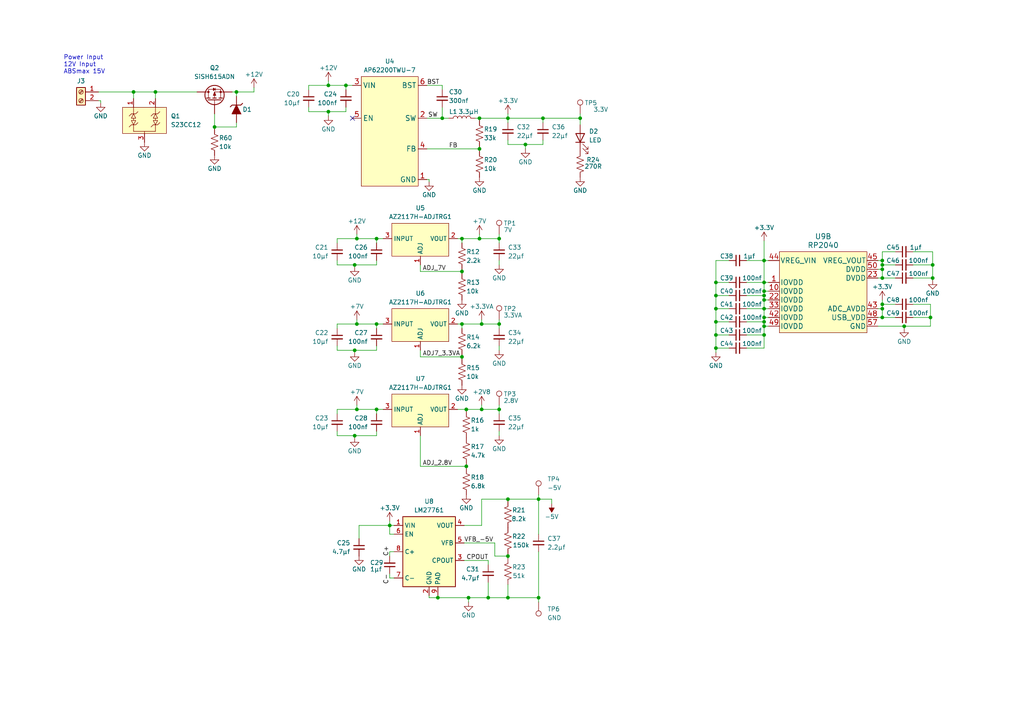
<source format=kicad_sch>
(kicad_sch (version 20231120) (generator "eeschema") (generator_version "8.0")
  (paper "A4")
  (lib_symbols
    (symbol "Connector:TestPoint" (pin_numbers hide) (pin_names (offset 0.762) hide)
      (property "Reference" "TP" (at 0 6.858 0))
      (property "Value" "TestPoint" (at 0 5.08 0))
      (symbol "TestPoint_1_1"
        (pin passive line (at 0 0 90) (length 2.54) (name "1") (number "1"))
      )
    )
    (symbol "Device:C_Small" (pin_numbers hide) (pin_names (offset 0.254) hide)
      (property "Reference" "C" (at 0.254 1.778 0))
      (property "Value" "C_Small" (at 0.254 -2.032 0))
      (symbol "C_Small_1_1"
        (pin passive line (at 0 2.54 270) (length 2.032) (name "~") (number "1"))
        (pin passive line (at 0 -2.54 90) (length 2.032) (name "~") (number "2"))
      )
    )
    (symbol "Device:L" (pin_numbers hide) (pin_names (offset 1.016) hide)
      (property "Reference" "L" (at -1.27 0 90))
      (property "Value" "L" (at 1.905 0 90))
      (symbol "L_1_1"
        (pin passive line (at 0 3.81 270) (length 1.27) (name "1") (number "1"))
        (pin passive line (at 0 -3.81 90) (length 1.27) (name "2") (number "2"))
      )
    )
    (symbol "Device:LED" (pin_numbers hide) (pin_names (offset 1.016) hide)
      (property "Reference" "D" (at 0 2.54 0))
      (property "Value" "LED" (at 0 -2.54 0))
      (symbol "LED_1_1"
        (pin passive line (at -3.81 0 0) (length 2.54) (name "K") (number "1"))
        (pin passive line (at 3.81 0 180) (length 2.54) (name "A") (number "2"))
      )
    )
    (symbol "Device:R_US" (pin_numbers hide) (pin_names (offset 0))
      (property "Reference" "R" (at 2.54 0 90))
      (property "Value" "R_US" (at -2.54 0 90))
      (symbol "R_US_1_1"
        (pin passive line (at 0 3.81 270) (length 1.27) (name "~") (number "1"))
        (pin passive line (at 0 -3.81 90) (length 1.27) (name "~") (number "2"))
      )
    )
    (symbol "Regulator_SwitchedCapacitor:LM27761"
      (property "Reference" "U" (at -6.35 11.43 0))
      (property "Value" "LM27761" (at 3.302 11.43 0))
      (symbol "LM27761_1_1"
        (pin power_in line (at -10.16 7.62 0) (length 2.54) (name "VIN") (number "1"))
        (pin power_in line (at 0 -12.7 90) (length 2.54) (name "GND") (number "2"))
        (pin power_out line (at 10.16 -2.54 180) (length 2.54) (name "CPOUT") (number "3"))
        (pin power_out line (at 10.16 7.62 180) (length 2.54) (name "VOUT") (number "4"))
        (pin input line (at 10.16 2.54 180) (length 2.54) (name "VFB") (number "5"))
        (pin input line (at -10.16 5.08 0) (length 2.54) (name "EN") (number "6"))
        (pin passive line (at -10.16 -7.62 0) (length 2.54) (name "C-") (number "7"))
        (pin passive line (at -10.16 0 0) (length 2.54) (name "C+") (number "8"))
        (pin power_in line (at 2.54 -12.7 90) (length 2.54) (name "PAD") (number "9"))
      )
    )
    (symbol "parts:+7V" (power) (pin_names (offset 0))
      (property "Value" "+7V" (at 0 3.556 0))
      (symbol "+7V_1_1"
        (pin power_in line (at 0 0 90) (length 0) hide (name "+7V") (number "1"))
      )
    )
    (symbol "parts:AP62200TWU-7"
      (property "Reference" "U" (at -6.35 13.335 0))
      (property "Value" "AP62200TWU-7" (at -6.35 11.43 0))
      (symbol "AP62200TWU-7_1_1"
        (pin power_in line (at 4.445 -19.685 180) (length 2.54) (name "GND") (number "1"))
        (pin power_out line (at 4.445 -1.905 180) (length 2.54) (name "SW") (number "2"))
        (pin power_in line (at -17.145 7.62 0) (length 2.54) (name "VIN") (number "3"))
        (pin input line (at 4.445 -10.795 180) (length 2.54) (name "FB") (number "4"))
        (pin input line (at -17.145 -1.905 0) (length 2.54) (name "EN") (number "5"))
        (pin unspecified line (at 4.445 7.62 180) (length 2.54) (name "BST") (number "6"))
      )
    )
    (symbol "parts:AZ2117H-ADJTRG1"
      (property "Reference" "U" (at 0 8.255 0))
      (property "Value" "AZ2117H-ADJTRG1" (at 0 6.35 0))
      (symbol "AZ2117H-ADJTRG1_0_0"
        (pin unspecified line (at 0 -7.62 90) (length 2.54) (name "ADJ") (number "1"))
        (pin unspecified line (at -10.795 0 0) (length 2.54) (name "INPUT") (number "3"))
      )
      (symbol "AZ2117H-ADJTRG1_1_0"
        (pin unspecified line (at 10.795 0 180) (length 2.54) (name "VOUT") (number "2"))
      )
    )
    (symbol "parts:MMSZ5240B" (pin_numbers hide) (pin_names (offset 1.016) hide)
      (property "Reference" "D" (at 0 2.54 0))
      (property "Value" "MMSZ5240B" (at 0 -3.556 0))
      (symbol "MMSZ5240B_1_1"
        (pin passive line (at -3.81 0 0) (length 2.54) (name "K") (number "1"))
        (pin passive line (at 3.81 0 180) (length 2.54) (name "A") (number "2"))
      )
    )
    (symbol "parts:RP2040" (pin_names (offset 0.254))
      (property "Reference" "U" (at 0 49.53 0))
      (property "Value" "RP2040" (at 0 46.99 0))
      (symbol "RP2040_1_1"
        (pin bidirectional line (at 28.575 15.875 180) (length 3.175) (name "GPIO8_SPI1_RX_UART1_TX_I2C0_SDA") (number "11"))
        (pin bidirectional line (at 28.575 13.335 180) (length 3.175) (name "GPIO9_SPI1_CSn_UART1_RX_I2C0_SCL") (number "12"))
        (pin bidirectional line (at 28.575 10.795 180) (length 3.175) (name "GPIO10_SPI1_SCK_UART1_CTS_I2C1_SDA") (number "13"))
        (pin bidirectional line (at 28.575 8.255 180) (length 3.175) (name "GPIO11_SPI1_TX_UART1_RTS_I2C1_SCL") (number "14"))
        (pin bidirectional line (at 28.575 5.715 180) (length 3.175) (name "GPIO12_SPI1_RX_UART0_TX_I2C0_SDA") (number "15"))
        (pin bidirectional line (at 28.575 3.175 180) (length 3.175) (name "GPIO13_SPI1_CSn_UART0_RX_I2C0_SCL") (number "16"))
        (pin bidirectional line (at 28.575 0.635 180) (length 3.175) (name "GPIO14_SPI1_SCK_UART0_CTS_I2C1_SDA") (number "17"))
        (pin bidirectional line (at 28.575 -1.905 180) (length 3.175) (name "GPIO15_SPI1_TX_UART0_RTS_I2C1_SCL") (number "18"))
        (pin input line (at -37.465 -41.275 0) (length 3.175) (name "TESTEN") (number "19"))
        (pin bidirectional line (at 28.575 36.195 180) (length 3.175) (name "GPIO0_SPI0_RX_UART0_TX_I2C0_SDA") (number "2"))
        (pin unspecified line (at -37.465 -7.62 0) (length 3.175) (name "XIN") (number "20"))
        (pin unspecified line (at -37.465 -20.32 0) (length 3) (name "XOUT") (number "21"))
        (pin input line (at -37.465 -36.195 0) (length 3.175) (name "SWCLK") (number "24"))
        (pin bidirectional line (at -37.465 -38.735 0) (length 3.175) (name "SWD") (number "25"))
        (pin input line (at -37.465 -33.655 0) (length 3.175) (name "RUN") (number "26"))
        (pin bidirectional line (at 28.575 -4.445 180) (length 3.175) (name "GPIO16_SPI0_RX_UART0_TX_I2C0_SDA") (number "27"))
        (pin bidirectional line (at 28.575 -6.985 180) (length 3.175) (name "GPIO17_SPI0_CSn_UART0_RX_I2C0_SCL") (number "28"))
        (pin bidirectional line (at 28.575 -9.525 180) (length 3.175) (name "GPIO18_SPI0_SCK_UART0_CTS_I2C1_SDA") (number "29"))
        (pin bidirectional line (at 28.575 33.655 180) (length 3.175) (name "GPIO1_SPI0_CSn_UART0_RX_I2C0_SCL") (number "3"))
        (pin bidirectional line (at 28.575 -12.065 180) (length 3.175) (name "GPIO19_SPI0_TX_UART0_RTS_I2C1_SCL") (number "30"))
        (pin bidirectional line (at 28.575 -14.605 180) (length 3.175) (name "GPIO20_SPI0_RX_UART1_TX_I2C0_SDA") (number "31"))
        (pin bidirectional line (at 28.575 -17.145 180) (length 3.175) (name "GPIO21_SPI0_CSn_UART1_RX_I2C0_SCL") (number "32"))
        (pin bidirectional line (at 28.575 -19.685 180) (length 3.175) (name "GPIO22_SPI0_SCK_UART1_CTS_I2C1_SDA") (number "34"))
        (pin bidirectional line (at 28.575 -22.225 180) (length 3.175) (name "GPIO23_SPI0_TX_UART1_RTS_I2C1_SCL") (number "35"))
        (pin bidirectional line (at 28.575 -24.765 180) (length 3.175) (name "GPIO24_SPI1_RX_UART1_TX_I2C0_SDA") (number "36"))
        (pin bidirectional line (at 28.575 -27.305 180) (length 3.175) (name "GPIO25_SPI1_CSn_UART1_RX_I2C0_SCL") (number "37"))
        (pin bidirectional line (at 28.575 -29.845 180) (length 3.175) (name "GPIO26/ADC0_SPI1_SCK_UART1_CTS_I2C1_SDA") (number "38"))
        (pin bidirectional line (at 28.575 -32.385 180) (length 3.175) (name "GPIO27/ADC1_SPI1_TX_UART1_RTS_I2C1_SCL") (number "39"))
        (pin bidirectional line (at 28.575 31.115 180) (length 3.175) (name "GPIO2_SPI0_SCK_UART0_CTS_I2C1_SDA") (number "4"))
        (pin bidirectional line (at 28.575 -34.925 180) (length 3.175) (name "GPIO28/ADC2_SPI1_RX_UART0_TX_I2C0_SDA") (number "40"))
        (pin bidirectional line (at 28.575 -37.465 180) (length 3.175) (name "GPIO29/ADC3_SPI1_CSn_UART0_RX_I2C0_SCL") (number "41"))
        (pin bidirectional line (at -37.465 10.16 0) (length 3.175) (name "USB_DM") (number "46"))
        (pin bidirectional line (at -37.465 7.62 0) (length 3.175) (name "USB_DP") (number "47"))
        (pin bidirectional line (at 28.575 28.575 180) (length 3.175) (name "GPIO3_SPI0_TX_UART0_RTS_I2C1_SCL") (number "5"))
        (pin bidirectional line (at -37.465 27.305 0) (length 3.175) (name "QSPI_SD3") (number "51"))
        (pin bidirectional line (at -37.465 37.465 0) (length 3.175) (name "QSPI_SCLK") (number "52"))
        (pin bidirectional line (at -37.465 34.925 0) (length 3.175) (name "QSPI_SD0") (number "53"))
        (pin bidirectional line (at -37.465 29.845 0) (length 3.175) (name "QSPI_SD2") (number "54"))
        (pin bidirectional line (at -37.465 32.385 0) (length 3.175) (name "QSPI_SD1") (number "55"))
        (pin bidirectional line (at -37.465 40.005 0) (length 3.175) (name "QSPI_SCN") (number "56"))
        (pin bidirectional line (at 28.575 26.035 180) (length 3.175) (name "GPIO4_SPI0_RX_UART1_TX_I2C0_SDA") (number "6"))
        (pin bidirectional line (at 28.575 23.495 180) (length 3.175) (name "GPIO5_SPI0_CSn_UART1_RX_I2C0_SCL") (number "7"))
        (pin bidirectional line (at 28.575 20.955 180) (length 3.175) (name "GPIO6_SPI0_SCK_UART1_CTS_I2C1_SDA") (number "8"))
        (pin bidirectional line (at 28.575 18.415 180) (length 3.175) (name "GPIO7_SPI0_TX_UART1_RTS_I2C1_SCL") (number "9"))
      )
      (symbol "RP2040_2_1"
        (pin power_in line (at -15.875 6.35 0) (length 3.175) (name "IOVDD") (number "1"))
        (pin power_in line (at -15.875 3.81 0) (length 3.175) (name "IOVDD") (number "10"))
        (pin power_in line (at -15.875 1.27 0) (length 3.175) (name "IOVDD") (number "22"))
        (pin power_in line (at 15.875 7.62 180) (length 3.175) (name "DVDD") (number "23"))
        (pin power_in line (at -15.875 -1.27 0) (length 3.175) (name "IOVDD") (number "33"))
        (pin power_in line (at -15.875 -3.81 0) (length 3.175) (name "IOVDD") (number "42"))
        (pin power_in line (at 15.875 -1.27 180) (length 3.175) (name "ADC_AVDD") (number "43"))
        (pin power_in line (at -15.875 12.7 0) (length 3.175) (name "VREG_VIN") (number "44"))
        (pin power_out line (at 15.875 12.7 180) (length 3.175) (name "VREG_VOUT") (number "45"))
        (pin power_in line (at 15.875 -3.81 180) (length 3.175) (name "USB_VDD") (number "48"))
        (pin power_in line (at -15.875 -6.35 0) (length 3.175) (name "IOVDD") (number "49"))
        (pin power_in line (at 15.875 10.16 180) (length 3.175) (name "DVDD") (number "50"))
        (pin power_in line (at 15.875 -6.35 180) (length 3.175) (name "GND") (number "57"))
      )
    )
    (symbol "parts:S23CC12" (pin_names hide)
      (property "Reference" "D" (at 8.255 1.27 0))
      (property "Value" "S23CC12" (at 11.43 -1.27 0))
      (symbol "S23CC12_0_0"
        (pin passive line (at -3.175 6.35 270) (length 2.54) (name "C1") (number "1"))
      )
      (symbol "S23CC12_1_0"
        (pin passive line (at 3.175 6.35 270) (length 2.54) (name "C2") (number "2"))
        (pin passive line (at 0 -6.35 90) (length 2.54) (name "COM") (number "3"))
      )
    )
    (symbol "parts:Screw_Terminal_01x02" (pin_names (offset 1.016) hide)
      (property "Reference" "J" (at 0 2.54 0))
      (property "Value" "Screw_Terminal_01x02" (at 0 -5.08 0))
      (symbol "Screw_Terminal_01x02_1_1"
        (pin passive line (at -5.08 0 0) (length 3.81) (name "Pin_1") (number "1"))
        (pin passive line (at -5.08 -2.54 0) (length 3.81) (name "Pin_2") (number "2"))
      )
    )
    (symbol "parts:SiSH615ADN" (pin_numbers hide) (pin_names (offset 0) hide)
      (property "Reference" "Q" (at 2.54 -1.27 0))
      (property "Value" "SiSH615ADN" (at 2.54 1.27 0))
      (symbol "SiSH615ADN_1_1"
        (pin passive line (at 0 5.08 270) (length 2.54) (name "S") (number "1"))
        (pin passive line (at 0 5.08 270) (length 2.54) hide (name "S") (number "2"))
        (pin passive line (at 0 5.08 270) (length 2.54) hide (name "S") (number "3"))
        (pin input line (at -6.35 0 0) (length 2.54) (name "G") (number "4"))
        (pin passive line (at 0 -5.08 90) (length 2.54) (name "D") (number "5"))
      )
    )
    (symbol "power:+12V" (power) (pin_names (offset 0))
      (property "Value" "+12V" (at 0 3.556 0))
      (symbol "+12V_1_1"
        (pin power_in line (at 0 0 90) (length 0) hide (name "+12V") (number "1"))
      )
    )
    (symbol "power:+2V8" (power) (pin_names (offset 0))
      (property "Value" "+2V8" (at 0 3.556 0))
      (symbol "+2V8_1_1"
        (pin power_in line (at 0 0 90) (length 0) hide (name "+2V8") (number "1"))
      )
    )
    (symbol "power:+3.3V" (power) (pin_names (offset 0))
      (property "Value" "+3.3V" (at 0 3.556 0))
      (symbol "+3.3V_1_1"
        (pin power_in line (at 0 0 90) (length 0) hide (name "+3.3V") (number "1"))
      )
    )
    (symbol "power:+3.3VA" (power) (pin_names (offset 0))
      (property "Value" "+3.3VA" (at 0 3.556 0))
      (symbol "+3.3VA_1_1"
        (pin power_in line (at 0 0 90) (length 0) hide (name "+3.3VA") (number "1"))
      )
    )
    (symbol "power:-5V" (power) (pin_names (offset 0))
      (property "Value" "-5V" (at 0 3.81 0))
      (symbol "-5V_0_0"
        (pin power_in line (at 0 0 90) (length 0) hide (name "-5V") (number "1"))
      )
    )
    (symbol "power:GND" (power) (pin_names (offset 0))
      (property "Value" "GND" (at 0 -3.81 0))
      (symbol "GND_1_1"
        (pin power_in line (at 0 0 270) (length 0) hide (name "GND") (number "1"))
      )
    )
  )
  (junction (at 168.275 34.29))
  (junction (at 103.505 93.98))
  (junction (at 156.21 144.78))
  (junction (at 269.875 92.075))
  (junction (at 127 173.355))
  (junction (at 95.25 24.765))
  (junction (at 109.22 118.745))
  (junction (at 128.27 34.29))
  (junction (at 147.32 173.355))
  (junction (at 255.905 89.535))
  (junction (at 113.03 152.4))
  (junction (at 207.645 100.965))
  (junction (at 207.645 85.725))
  (junction (at 255.905 88.265))
  (junction (at 109.22 69.215))
  (junction (at 102.87 101.6))
  (junction (at 135.255 118.745))
  (junction (at 144.78 118.745))
  (junction (at 139.065 34.29))
  (junction (at 152.4 41.91))
  (junction (at 147.32 144.78))
  (junction (at 221.615 92.075))
  (junction (at 207.645 97.155))
  (junction (at 221.615 89.535))
  (junction (at 144.78 69.215))
  (junction (at 133.985 69.215))
  (junction (at 139.065 43.18))
  (junction (at 135.89 173.355))
  (junction (at 147.32 161.29))
  (junction (at 100.33 24.765))
  (junction (at 68.58 26.67))
  (junction (at 270.51 80.645))
  (junction (at 139.7 93.98))
  (junction (at 139.7 118.745))
  (junction (at 45.085 26.67))
  (junction (at 135.255 135.255))
  (junction (at 221.615 97.155))
  (junction (at 221.615 93.345))
  (junction (at 255.905 80.645))
  (junction (at 255.905 92.075))
  (junction (at 38.735 26.67))
  (junction (at 157.48 34.29))
  (junction (at 103.505 118.745))
  (junction (at 221.615 75.565))
  (junction (at 221.615 81.915))
  (junction (at 109.22 93.98))
  (junction (at 255.905 78.105))
  (junction (at 221.615 86.995))
  (junction (at 255.905 76.835))
  (junction (at 221.615 84.455))
  (junction (at 102.87 76.835))
  (junction (at 255.905 75.565))
  (junction (at 102.87 126.365))
  (junction (at 139.065 69.215))
  (junction (at 147.32 34.29))
  (junction (at 221.615 85.725))
  (junction (at 144.78 93.98))
  (junction (at 133.985 103.505))
  (junction (at 141.605 173.355))
  (junction (at 207.645 89.535))
  (junction (at 103.505 69.215))
  (junction (at 262.255 94.615))
  (junction (at 207.645 81.915))
  (junction (at 207.645 93.345))
  (junction (at 133.985 93.98))
  (junction (at 221.615 94.615))
  (junction (at 270.51 76.835))
  (junction (at 156.21 173.355))
  (junction (at 62.23 36.83))
  (junction (at 133.985 78.74))
  (junction (at 95.25 32.385))
  (no_connect (at 102.235 34.29))
  (wire (pts (xy 97.79 125.095) (xy 97.79 126.365)))
  (wire (pts (xy 255.905 76.835) (xy 259.715 76.835)))
  (wire (pts (xy 124.46 172.72) (xy 124.46 173.355)))
  (wire (pts (xy 132.715 118.745) (xy 135.255 118.745)))
  (wire (pts (xy 62.23 36.83) (xy 62.23 33.02)))
  (wire (pts (xy 156.21 143.51) (xy 156.21 144.78)))
  (wire (pts (xy 29.21 29.21) (xy 28.575 29.21)))
  (wire (pts (xy 97.79 101.6) (xy 102.87 101.6)))
  (wire (pts (xy 269.875 88.265) (xy 269.875 92.075)))
  (wire (pts (xy 221.615 81.915) (xy 222.885 81.915)))
  (wire (pts (xy 160.02 144.78) (xy 160.02 146.05)))
  (wire (pts (xy 207.645 93.345) (xy 207.645 89.535)))
  (wire (pts (xy 255.905 75.565) (xy 255.905 76.835)))
  (wire (pts (xy 221.615 93.345) (xy 221.615 94.615)))
  (wire (pts (xy 221.615 69.85) (xy 221.615 75.565)))
  (wire (pts (xy 139.065 43.18) (xy 139.065 43.815)))
  (wire (pts (xy 102.87 76.835) (xy 109.22 76.835)))
  (wire (pts (xy 221.615 75.565) (xy 222.885 75.565)))
  (wire (pts (xy 207.645 93.345) (xy 211.455 93.345)))
  (wire (pts (xy 147.32 160.655) (xy 147.32 161.29)))
  (wire (pts (xy 216.535 89.535) (xy 221.615 89.535)))
  (wire (pts (xy 221.615 89.535) (xy 221.615 92.075)))
  (wire (pts (xy 95.25 32.385) (xy 95.25 33.655)))
  (wire (pts (xy 121.92 103.505) (xy 133.985 103.505)))
  (wire (pts (xy 264.795 88.265) (xy 269.875 88.265)))
  (wire (pts (xy 97.79 126.365) (xy 102.87 126.365)))
  (wire (pts (xy 139.7 117.475) (xy 139.7 118.745)))
  (wire (pts (xy 139.7 93.98) (xy 144.78 93.98)))
  (wire (pts (xy 97.79 93.98) (xy 97.79 95.25)))
  (wire (pts (xy 133.985 70.485) (xy 133.985 69.215)))
  (wire (pts (xy 147.32 33.02) (xy 147.32 34.29)))
  (wire (pts (xy 254.635 89.535) (xy 255.905 89.535)))
  (wire (pts (xy 135.255 134.62) (xy 135.255 135.255)))
  (wire (pts (xy 264.795 80.645) (xy 270.51 80.645)))
  (wire (pts (xy 221.615 84.455) (xy 221.615 85.725)))
  (wire (pts (xy 123.825 34.29) (xy 128.27 34.29)))
  (wire (pts (xy 109.22 125.095) (xy 109.22 126.365)))
  (wire (pts (xy 216.535 93.345) (xy 221.615 93.345)))
  (wire (pts (xy 135.89 173.355) (xy 135.89 174.625)))
  (wire (pts (xy 144.78 120.015) (xy 144.78 118.745)))
  (wire (pts (xy 113.03 166.37) (xy 113.03 167.64)))
  (wire (pts (xy 144.78 95.25) (xy 144.78 93.98)))
  (wire (pts (xy 207.645 100.965) (xy 207.645 97.155)))
  (wire (pts (xy 135.255 135.255) (xy 121.92 135.255)))
  (wire (pts (xy 255.905 78.105) (xy 255.905 80.645)))
  (wire (pts (xy 111.125 118.745) (xy 109.22 118.745)))
  (wire (pts (xy 147.32 40.64) (xy 147.32 41.91)))
  (wire (pts (xy 123.825 24.765) (xy 128.27 24.765)))
  (wire (pts (xy 207.645 75.565) (xy 207.645 81.915)))
  (wire (pts (xy 254.635 75.565) (xy 255.905 75.565)))
  (wire (pts (xy 221.615 84.455) (xy 222.885 84.455)))
  (wire (pts (xy 121.92 78.74) (xy 133.985 78.74)))
  (wire (pts (xy 113.03 152.4) (xy 114.3 152.4)))
  (wire (pts (xy 113.03 160.02) (xy 114.3 160.02)))
  (wire (pts (xy 123.825 43.18) (xy 139.065 43.18)))
  (wire (pts (xy 133.985 79.375) (xy 133.985 78.74)))
  (wire (pts (xy 124.46 52.07) (xy 123.825 52.07)))
  (wire (pts (xy 133.985 95.25) (xy 133.985 93.98)))
  (wire (pts (xy 255.905 73.025) (xy 259.715 73.025)))
  (wire (pts (xy 141.605 173.355) (xy 147.32 173.355)))
  (wire (pts (xy 147.32 173.355) (xy 156.21 173.355)))
  (wire (pts (xy 97.79 75.565) (xy 97.79 76.835)))
  (wire (pts (xy 89.535 32.385) (xy 89.535 31.115)))
  (wire (pts (xy 255.905 80.645) (xy 259.715 80.645)))
  (wire (pts (xy 89.535 24.765) (xy 89.535 26.035)))
  (wire (pts (xy 211.455 100.965) (xy 207.645 100.965)))
  (wire (pts (xy 221.615 75.565) (xy 221.615 81.915)))
  (wire (pts (xy 144.78 70.485) (xy 144.78 69.215)))
  (wire (pts (xy 134.62 152.4) (xy 139.7 152.4)))
  (wire (pts (xy 113.03 161.29) (xy 113.03 160.02)))
  (wire (pts (xy 152.4 41.91) (xy 157.48 41.91)))
  (wire (pts (xy 124.46 173.355) (xy 127 173.355)))
  (wire (pts (xy 103.505 93.98) (xy 97.79 93.98)))
  (wire (pts (xy 68.58 35.56) (xy 68.58 36.83)))
  (wire (pts (xy 147.32 161.29) (xy 147.32 161.925)))
  (wire (pts (xy 100.33 31.115) (xy 100.33 32.385)))
  (wire (pts (xy 141.605 168.91) (xy 141.605 173.355)))
  (wire (pts (xy 102.87 76.835) (xy 102.87 77.47)))
  (wire (pts (xy 157.48 41.91) (xy 157.48 40.64)))
  (wire (pts (xy 103.505 69.215) (xy 109.22 69.215)))
  (wire (pts (xy 102.87 101.6) (xy 109.22 101.6)))
  (wire (pts (xy 141.605 162.56) (xy 141.605 163.83)))
  (wire (pts (xy 102.87 126.365) (xy 102.87 127)))
  (wire (pts (xy 254.635 78.105) (xy 255.905 78.105)))
  (wire (pts (xy 254.635 94.615) (xy 262.255 94.615)))
  (wire (pts (xy 139.7 144.78) (xy 147.32 144.78)))
  (wire (pts (xy 255.905 89.535) (xy 255.905 92.075)))
  (wire (pts (xy 254.635 92.075) (xy 255.905 92.075)))
  (wire (pts (xy 100.33 32.385) (xy 95.25 32.385)))
  (wire (pts (xy 124.46 52.705) (xy 124.46 52.07)))
  (wire (pts (xy 104.14 152.4) (xy 113.03 152.4)))
  (wire (pts (xy 168.275 36.195) (xy 168.275 34.29)))
  (wire (pts (xy 135.89 173.355) (xy 141.605 173.355)))
  (wire (pts (xy 156.21 173.355) (xy 156.21 174.625)))
  (wire (pts (xy 139.7 118.745) (xy 144.78 118.745)))
  (wire (pts (xy 103.505 69.215) (xy 103.505 67.945)))
  (wire (pts (xy 133.985 93.98) (xy 132.715 93.98)))
  (wire (pts (xy 100.33 24.765) (xy 95.25 24.765)))
  (wire (pts (xy 111.125 69.215) (xy 109.22 69.215)))
  (wire (pts (xy 144.78 117.475) (xy 144.78 118.745)))
  (wire (pts (xy 216.535 97.155) (xy 221.615 97.155)))
  (wire (pts (xy 109.22 75.565) (xy 109.22 76.835)))
  (wire (pts (xy 255.905 88.265) (xy 255.905 89.535)))
  (wire (pts (xy 139.7 152.4) (xy 139.7 144.78)))
  (wire (pts (xy 211.455 75.565) (xy 207.645 75.565)))
  (wire (pts (xy 207.645 85.725) (xy 207.645 81.915)))
  (wire (pts (xy 38.735 26.67) (xy 38.735 28.575)))
  (wire (pts (xy 135.255 135.255) (xy 135.255 135.89)))
  (wire (pts (xy 114.3 154.94) (xy 113.03 154.94)))
  (wire (pts (xy 121.92 103.505) (xy 121.92 101.6)))
  (wire (pts (xy 221.615 92.075) (xy 221.615 93.345)))
  (wire (pts (xy 109.22 93.98) (xy 109.22 95.25)))
  (wire (pts (xy 133.985 78.74) (xy 133.985 78.105)))
  (wire (pts (xy 113.03 151.13) (xy 113.03 152.4)))
  (wire (pts (xy 62.23 36.83) (xy 62.23 37.465)))
  (wire (pts (xy 254.635 80.645) (xy 255.905 80.645)))
  (wire (pts (xy 262.255 94.615) (xy 269.875 94.615)))
  (wire (pts (xy 221.615 94.615) (xy 222.885 94.615)))
  (wire (pts (xy 89.535 32.385) (xy 95.25 32.385)))
  (wire (pts (xy 152.4 41.91) (xy 152.4 43.18)))
  (wire (pts (xy 135.255 118.745) (xy 135.255 119.38)))
  (wire (pts (xy 144.78 125.095) (xy 144.78 126.365)))
  (wire (pts (xy 103.505 118.745) (xy 103.505 117.475)))
  (wire (pts (xy 216.535 81.915) (xy 221.615 81.915)))
  (wire (pts (xy 68.58 26.67) (xy 73.66 26.67)))
  (wire (pts (xy 67.31 26.67) (xy 68.58 26.67)))
  (wire (pts (xy 221.615 97.155) (xy 221.615 94.615)))
  (wire (pts (xy 139.065 69.215) (xy 144.78 69.215)))
  (wire (pts (xy 216.535 100.965) (xy 221.615 100.965)))
  (wire (pts (xy 255.905 88.265) (xy 259.715 88.265)))
  (wire (pts (xy 207.645 81.915) (xy 211.455 81.915)))
  (wire (pts (xy 29.21 29.845) (xy 29.21 29.21)))
  (wire (pts (xy 147.32 41.91) (xy 152.4 41.91)))
  (wire (pts (xy 156.21 173.355) (xy 156.21 160.02)))
  (wire (pts (xy 95.25 23.495) (xy 95.25 24.765)))
  (wire (pts (xy 111.125 93.98) (xy 109.22 93.98)))
  (wire (pts (xy 139.065 67.945) (xy 139.065 69.215)))
  (wire (pts (xy 104.14 156.21) (xy 104.14 152.4)))
  (wire (pts (xy 143.51 161.29) (xy 147.32 161.29)))
  (wire (pts (xy 270.51 73.025) (xy 270.51 76.835)))
  (wire (pts (xy 144.78 75.565) (xy 144.78 76.835)))
  (wire (pts (xy 45.085 26.67) (xy 57.15 26.67)))
  (wire (pts (xy 73.66 26.67) (xy 73.66 25.4)))
  (wire (pts (xy 139.065 34.925) (xy 139.065 34.29)))
  (wire (pts (xy 207.645 89.535) (xy 211.455 89.535)))
  (wire (pts (xy 97.79 76.835) (xy 102.87 76.835)))
  (wire (pts (xy 221.615 86.995) (xy 221.615 89.535)))
  (wire (pts (xy 103.505 93.98) (xy 109.22 93.98)))
  (wire (pts (xy 128.27 31.115) (xy 128.27 34.29)))
  (wire (pts (xy 28.575 26.67) (xy 38.735 26.67)))
  (wire (pts (xy 221.615 92.075) (xy 222.885 92.075)))
  (wire (pts (xy 207.645 85.725) (xy 211.455 85.725)))
  (wire (pts (xy 139.065 34.29) (xy 137.795 34.29)))
  (wire (pts (xy 144.78 92.71) (xy 144.78 93.98)))
  (wire (pts (xy 157.48 34.29) (xy 147.32 34.29)))
  (wire (pts (xy 144.78 100.33) (xy 144.78 101.6)))
  (wire (pts (xy 109.22 69.215) (xy 109.22 70.485)))
  (wire (pts (xy 157.48 35.56) (xy 157.48 34.29)))
  (wire (pts (xy 269.875 94.615) (xy 269.875 92.075)))
  (wire (pts (xy 207.645 97.155) (xy 211.455 97.155)))
  (wire (pts (xy 264.795 76.835) (xy 270.51 76.835)))
  (wire (pts (xy 139.7 92.71) (xy 139.7 93.98)))
  (wire (pts (xy 147.32 144.78) (xy 156.21 144.78)))
  (wire (pts (xy 38.735 26.67) (xy 45.085 26.67)))
  (wire (pts (xy 103.505 118.745) (xy 97.79 118.745)))
  (wire (pts (xy 102.235 24.765) (xy 100.33 24.765)))
  (wire (pts (xy 216.535 85.725) (xy 221.615 85.725)))
  (wire (pts (xy 160.02 144.78) (xy 156.21 144.78)))
  (wire (pts (xy 134.62 162.56) (xy 141.605 162.56)))
  (wire (pts (xy 221.615 81.915) (xy 221.615 84.455)))
  (wire (pts (xy 62.23 36.83) (xy 68.58 36.83)))
  (wire (pts (xy 103.505 93.98) (xy 103.505 92.71)))
  (wire (pts (xy 133.985 69.215) (xy 139.065 69.215)))
  (wire (pts (xy 121.92 135.255) (xy 121.92 126.365)))
  (wire (pts (xy 97.79 100.33) (xy 97.79 101.6)))
  (wire (pts (xy 147.32 169.545) (xy 147.32 173.355)))
  (wire (pts (xy 259.715 92.075) (xy 255.905 92.075)))
  (wire (pts (xy 97.79 118.745) (xy 97.79 120.015)))
  (wire (pts (xy 269.875 92.075) (xy 264.795 92.075)))
  (wire (pts (xy 255.905 86.995) (xy 255.905 88.265)))
  (wire (pts (xy 103.505 69.215) (xy 97.79 69.215)))
  (wire (pts (xy 133.985 104.14) (xy 133.985 103.505)))
  (wire (pts (xy 113.03 167.64) (xy 114.3 167.64)))
  (wire (pts (xy 103.505 118.745) (xy 109.22 118.745)))
  (wire (pts (xy 168.275 33.02) (xy 168.275 34.29)))
  (wire (pts (xy 262.255 95.25) (xy 262.255 94.615)))
  (wire (pts (xy 255.905 76.835) (xy 255.905 78.105)))
  (wire (pts (xy 147.32 144.78) (xy 147.32 145.415)))
  (wire (pts (xy 168.275 34.29) (xy 157.48 34.29)))
  (wire (pts (xy 113.03 154.94) (xy 113.03 152.4)))
  (wire (pts (xy 147.32 35.56) (xy 147.32 34.29)))
  (wire (pts (xy 264.795 73.025) (xy 270.51 73.025)))
  (wire (pts (xy 68.58 26.67) (xy 68.58 27.94)))
  (wire (pts (xy 255.905 73.025) (xy 255.905 75.565)))
  (wire (pts (xy 100.33 24.765) (xy 100.33 26.035)))
  (wire (pts (xy 133.985 69.215) (xy 132.715 69.215)))
  (wire (pts (xy 127 172.72) (xy 127 173.355)))
  (wire (pts (xy 134.62 157.48) (xy 143.51 157.48)))
  (wire (pts (xy 221.615 86.995) (xy 222.885 86.995)))
  (wire (pts (xy 147.32 34.29) (xy 139.065 34.29)))
  (wire (pts (xy 102.87 126.365) (xy 109.22 126.365)))
  (wire (pts (xy 270.51 80.645) (xy 270.51 81.28)))
  (wire (pts (xy 121.92 78.74) (xy 121.92 76.835)))
  (wire (pts (xy 144.78 67.945) (xy 144.78 69.215)))
  (wire (pts (xy 109.22 118.745) (xy 109.22 120.015)))
  (wire (pts (xy 221.615 85.725) (xy 221.615 86.995)))
  (wire (pts (xy 221.615 97.155) (xy 221.615 100.965)))
  (wire (pts (xy 97.79 69.215) (xy 97.79 70.485)))
  (wire (pts (xy 270.51 76.835) (xy 270.51 80.645)))
  (wire (pts (xy 143.51 161.29) (xy 143.51 157.48)))
  (wire (pts (xy 216.535 75.565) (xy 221.615 75.565)))
  (wire (pts (xy 221.615 89.535) (xy 222.885 89.535)))
  (wire (pts (xy 139.065 43.18) (xy 139.065 42.545)))
  (wire (pts (xy 109.22 100.33) (xy 109.22 101.6)))
  (wire (pts (xy 135.255 118.745) (xy 139.7 118.745)))
  (wire (pts (xy 139.7 93.98) (xy 133.985 93.98)))
  (wire (pts (xy 45.085 26.67) (xy 45.085 28.575)))
  (wire (pts (xy 207.645 89.535) (xy 207.645 85.725)))
  (wire (pts (xy 156.21 144.78) (xy 156.21 154.94)))
  (wire (pts (xy 207.645 97.155) (xy 207.645 93.345)))
  (wire (pts (xy 133.985 103.505) (xy 133.985 102.87)))
  (wire (pts (xy 128.27 26.035) (xy 128.27 24.765)))
  (wire (pts (xy 95.25 24.765) (xy 89.535 24.765)))
  (wire (pts (xy 102.87 101.6) (xy 102.87 102.235)))
  (wire (pts (xy 127 173.355) (xy 135.89 173.355)))
  (wire (pts (xy 128.27 34.29) (xy 130.175 34.29)))
  (wire (pts (xy 207.645 102.235) (xy 207.645 100.965)))
  (text "Power Input\n12V Input\nABSmax 15V" (at 18.415 21.59 0) (effects (font (size 1.27 1.27)) (justify left bottom)))
  (label "C+" (at 113.03 161.29 90))
  (label "SW" (at 127 34.29 180))
  (label "ADJ_2.8V" (at 122.555 135.255 0))
  (label "FB" (at 130.175 43.18 0))
  (label "C-" (at 113.03 166.37 270))
  (label "ADJ_7V" (at 122.555 78.74 0))
  (label "ADJ7_3.3VA" (at 122.555 103.505 0))
  (label "VFB_-5V" (at 134.62 157.48 0))
  (label "BST" (at 123.825 24.765 0))
  (label "CPOUT" (at 135.255 162.56 0))
  (symbol (lib_id "Device:L") (at 133.985 34.29 90) (unit 1)
    (property "Reference" "L1" (at 131.445 32.385 90))
    (property "Value" "3.3μH" (at 135.89 32.385 90))
    (property "Footprint" "Parts:APH0630T" (effects (hide yes)))
  )
  (symbol (lib_id "Device:C_Small") (at 262.255 92.075 90) (mirror x) (unit 1)
    (property "Reference" "C49" (at 260.985 90.805 90) (effects (justify left)))
    (property "Value" "100nf" (at 269.24 90.805 90) (effects (justify left)))
    (property "Footprint" "Capacitor_SMD:C_0603_1608Metric" (effects (hide yes)))
  )
  (symbol (lib_id "Device:C_Small") (at 97.79 73.025 0) (mirror y) (unit 1)
    (property "Reference" "C21" (at 95.25 71.755 0) (effects (justify left)))
    (property "Value" "10μf" (at 95.25 74.295 0) (effects (justify left)))
    (property "Footprint" "Capacitor_SMD:C_1206_3216Metric" (effects (hide yes)))
  )
  (symbol (lib_id "Device:C_Small") (at 213.995 97.155 90) (mirror x) (unit 1)
    (property "Reference" "C43" (at 212.725 95.885 90) (effects (justify left)))
    (property "Value" "100nf" (at 220.98 95.885 90) (effects (justify left)))
    (property "Footprint" "Capacitor_SMD:C_0603_1608Metric" (effects (hide yes)))
  )
  (symbol (lib_id "Device:R_US") (at 133.985 74.295 0) (unit 1)
    (property "Reference" "R12" (at 135.255 73.025 0) (effects (justify left)))
    (property "Value" "2.2k" (at 135.255 75.565 0) (effects (justify left)))
    (property "Footprint" "Resistor_SMD:R_0603_1608Metric" (effects (hide yes)))
  )
  (symbol (lib_id "power:GND") (at 152.4 43.18 0) (unit 1)
    (property "Reference" "#PWR053" (effects (hide yes)))
    (property "Value" "GND" (at 152.4 46.99 0))
  )
  (symbol (lib_id "power:+12V") (at 95.25 23.495 0) (unit 1)
    (property "Reference" "#PWR030" (effects (hide yes)))
    (property "Value" "+12V" (at 95.25 19.685 0))
  )
  (symbol (lib_id "Device:R_US") (at 135.255 123.19 0) (unit 1)
    (property "Reference" "R16" (at 136.525 121.92 0) (effects (justify left)))
    (property "Value" "1k" (at 136.525 124.46 0) (effects (justify left)))
    (property "Footprint" "Resistor_SMD:R_0603_1608Metric" (effects (hide yes)))
  )
  (symbol (lib_id "power:GND") (at 133.985 111.76 0) (unit 1)
    (property "Reference" "#PWR042" (effects (hide yes)))
    (property "Value" "GND" (at 133.985 115.57 0))
  )
  (symbol (lib_id "power:GND") (at 95.25 33.655 0) (unit 1)
    (property "Reference" "#PWR031" (effects (hide yes)))
    (property "Value" "GND" (at 95.25 37.465 0))
  )
  (symbol (lib_id "power:GND") (at 133.985 86.995 0) (unit 1)
    (property "Reference" "#PWR041" (effects (hide yes)))
    (property "Value" "GND" (at 133.985 90.805 0))
  )
  (symbol (lib_id "Device:C_Small") (at 113.03 163.83 0) (mirror x) (unit 1)
    (property "Reference" "C29" (at 107.315 163.195 0) (effects (justify left)))
    (property "Value" "1μf" (at 107.315 165.1 0) (effects (justify left)))
    (property "Footprint" "Capacitor_SMD:C_0603_1608Metric" (effects (hide yes)))
  )
  (symbol (lib_id "Device:R_US") (at 168.275 47.625 0) (mirror y) (unit 1)
    (property "Reference" "R24" (at 173.99 46.355 0) (effects (justify left)))
    (property "Value" "270R" (at 174.625 48.26 0) (effects (justify left)))
    (property "Footprint" "Resistor_SMD:R_0603_1608Metric" (effects (hide yes)))
  )
  (symbol (lib_id "Device:C_Small") (at 213.995 75.565 90) (mirror x) (unit 1)
    (property "Reference" "C38" (at 212.725 74.295 90) (effects (justify left)))
    (property "Value" "1μf" (at 219.075 74.295 90) (effects (justify left)))
    (property "Footprint" "Capacitor_SMD:C_0603_1608Metric" (effects (hide yes)))
  )
  (symbol (lib_id "Regulator_SwitchedCapacitor:LM27761") (at 124.46 160.02 0) (unit 1)
    (property "Reference" "U8" (at 124.46 145.415 0))
    (property "Value" "LM27761" (at 124.46 147.955 0))
    (property "Footprint" "Package_SON:WSON-8-1EP_2x2mm_P0.5mm_EP0.9x1.6mm" (effects (hide yes)))
    (property "Datasheet" "http://www.ti.com/lit/ds/symlink/lm27761.pdf" (effects (hide yes)))
  )
  (symbol (lib_id "Device:R_US") (at 135.255 130.81 0) (unit 1)
    (property "Reference" "R17" (at 136.525 129.54 0) (effects (justify left)))
    (property "Value" "4.7k" (at 136.525 132.08 0) (effects (justify left)))
    (property "Footprint" "Resistor_SMD:R_0603_1608Metric" (effects (hide yes)))
  )
  (symbol (lib_id "parts:AP62200TWU-7") (at 119.38 32.385 0) (unit 1)
    (property "Reference" "U4" (at 113.03 17.78 0))
    (property "Value" "AP62200TWU-7" (at 113.03 20.32 0))
    (property "Footprint" "Package_TO_SOT_SMD:TSOT-23-6" (effects (hide yes)))
  )
  (symbol (lib_id "Device:C_Small") (at 141.605 166.37 0) (mirror y) (unit 1)
    (property "Reference" "C31" (at 139.065 165.1 0) (effects (justify left)))
    (property "Value" "4.7μf" (at 139.065 167.64 0) (effects (justify left)))
    (property "Footprint" "Capacitor_SMD:C_0805_2012Metric" (effects (hide yes)))
  )
  (symbol (lib_id "Connector:TestPoint") (at 144.78 117.475 0) (unit 1)
    (property "Reference" "TP3" (at 146.05 114.3 0) (effects (justify left)))
    (property "Value" "2.8V" (at 146.05 116.205 0) (effects (justify left)))
    (property "Footprint" "TestPoint:TestPoint_Pad_D2.0mm" (effects (hide yes)))
  )
  (symbol (lib_id "power:+3.3V") (at 221.615 69.85 0) (unit 1)
    (property "Reference" "#PWR057" (effects (hide yes)))
    (property "Value" "+3.3V" (at 221.615 66.04 0))
  )
  (symbol (lib_id "Device:C_Small") (at 97.79 97.79 0) (mirror y) (unit 1)
    (property "Reference" "C22" (at 95.25 96.52 0) (effects (justify left)))
    (property "Value" "10μf" (at 95.25 99.06 0) (effects (justify left)))
    (property "Footprint" "Capacitor_SMD:C_1206_3216Metric" (effects (hide yes)))
  )
  (symbol (lib_id "power:+2V8") (at 139.7 117.475 0) (unit 1)
    (property "Reference" "#PWR048" (effects (hide yes)))
    (property "Value" "+2V8" (at 139.7 113.665 0))
  )
  (symbol (lib_id "Device:C_Small") (at 156.21 157.48 0) (unit 1)
    (property "Reference" "C37" (at 158.75 156.21 0) (effects (justify left)))
    (property "Value" "2.2μf" (at 158.75 158.75 0) (effects (justify left)))
    (property "Footprint" "Capacitor_SMD:C_0805_2012Metric" (effects (hide yes)))
  )
  (symbol (lib_id "Device:C_Small") (at 109.22 73.025 0) (mirror y) (unit 1)
    (property "Reference" "C26" (at 106.68 71.755 0) (effects (justify left)))
    (property "Value" "100nf" (at 106.68 74.295 0) (effects (justify left)))
    (property "Footprint" "Capacitor_SMD:C_0603_1608Metric" (effects (hide yes)))
  )
  (symbol (lib_id "Connector:TestPoint") (at 144.78 92.71 0) (unit 1)
    (property "Reference" "TP2" (at 146.05 89.535 0) (effects (justify left)))
    (property "Value" "3.3VA" (at 146.05 91.44 0) (effects (justify left)))
    (property "Footprint" "TestPoint:TestPoint_Pad_D2.0mm" (effects (hide yes)))
  )
  (symbol (lib_id "Device:C_Small") (at 89.535 28.575 0) (mirror y) (unit 1)
    (property "Reference" "C20" (at 86.995 27.305 0) (effects (justify left)))
    (property "Value" "10μf" (at 86.995 29.845 0) (effects (justify left)))
    (property "Footprint" "Capacitor_SMD:C_1206_3216Metric" (effects (hide yes)))
  )
  (symbol (lib_id "power:GND") (at 139.065 51.435 0) (unit 1)
    (property "Reference" "#PWR045" (effects (hide yes)))
    (property "Value" "GND" (at 139.065 55.245 0))
  )
  (symbol (lib_id "power:GND") (at 144.78 101.6 0) (unit 1)
    (property "Reference" "#PWR051" (effects (hide yes)))
    (property "Value" "GND" (at 144.78 105.41 0))
  )
  (symbol (lib_id "power:GND") (at 135.89 174.625 0) (unit 1)
    (property "Reference" "#PWR044" (effects (hide yes)))
    (property "Value" "GND" (at 135.89 178.435 0))
  )
  (symbol (lib_id "Device:C_Small") (at 144.78 97.79 0) (unit 1)
    (property "Reference" "C34" (at 147.32 96.52 0) (effects (justify left)))
    (property "Value" "22μf" (at 147.32 99.06 0) (effects (justify left)))
    (property "Footprint" "Capacitor_SMD:C_0805_2012Metric" (effects (hide yes)))
  )
  (symbol (lib_id "power:+3.3VA") (at 139.7 92.71 0) (unit 1)
    (property "Reference" "#PWR047" (effects (hide yes)))
    (property "Value" "+3.3VA" (at 139.7 88.9 0))
  )
  (symbol (lib_id "Connector:TestPoint") (at 156.21 143.51 0) (unit 1)
    (property "Reference" "TP4" (at 158.75 138.938 0) (effects (justify left)))
    (property "Value" "-5V" (at 158.75 141.478 0) (effects (justify left)))
    (property "Footprint" "TestPoint:TestPoint_Pad_D2.0mm" (effects (hide yes)))
  )
  (symbol (lib_id "parts:AZ2117H-ADJTRG1") (at 121.92 93.98 0) (unit 1)
    (property "Reference" "U6" (at 121.92 85.09 0))
    (property "Value" "AZ2117H-ADJTRG1" (at 121.92 87.63 0))
    (property "Footprint" "Package_TO_SOT_SMD:SOT-223-3_TabPin2" (effects (hide yes)))
  )
  (symbol (lib_id "power:GND") (at 102.87 102.235 0) (unit 1)
    (property "Reference" "#PWR033" (effects (hide yes)))
    (property "Value" "GND" (at 102.87 106.045 0))
  )
  (symbol (lib_id "power:GND") (at 102.87 127 0) (unit 1)
    (property "Reference" "#PWR034" (effects (hide yes)))
    (property "Value" "GND" (at 102.87 130.81 0))
  )
  (symbol (lib_id "power:+12V") (at 73.66 25.4 0) (unit 1)
    (property "Reference" "#PWR029" (effects (hide yes)))
    (property "Value" "+12V" (at 73.66 21.59 0))
  )
  (symbol (lib_id "parts:+7V") (at 139.065 67.945 0) (unit 1)
    (property "Reference" "#PWR0103" (effects (hide yes)))
    (property "Value" "+7V" (at 139.065 64.135 0))
  )
  (symbol (lib_id "Connector:TestPoint") (at 144.78 67.945 0) (unit 1)
    (property "Reference" "TP1" (at 146.05 64.77 0) (effects (justify left)))
    (property "Value" "7V" (at 146.05 66.675 0) (effects (justify left)))
    (property "Footprint" "TestPoint:TestPoint_Pad_D2.0mm" (effects (hide yes)))
  )
  (symbol (lib_id "power:GND") (at 135.255 143.51 0) (unit 1)
    (property "Reference" "#PWR043" (effects (hide yes)))
    (property "Value" "GND" (at 135.255 147.32 0))
  )
  (symbol (lib_id "parts:S23CC12") (at 41.91 34.925 0) (unit 1)
    (property "Reference" "Q1" (at 49.53 33.655 0) (effects (justify left)))
    (property "Value" "S23CC12" (at 49.53 36.195 0) (effects (justify left)))
    (property "Footprint" "Package_TO_SOT_SMD:SOT-23-3" (effects (hide yes)))
  )
  (symbol (lib_id "power:GND") (at 262.255 95.25 0) (unit 1)
    (property "Reference" "#PWR059" (effects (hide yes)))
    (property "Value" "GND" (at 262.255 99.06 0))
  )
  (symbol (lib_id "Device:R_US") (at 147.32 165.735 0) (mirror x) (unit 1)
    (property "Reference" "R23" (at 150.495 164.465 0))
    (property "Value" "51k" (at 150.495 167.005 0))
    (property "Footprint" "Resistor_SMD:R_0603_1608Metric" (effects (hide yes)))
  )
  (symbol (lib_id "Device:R_US") (at 147.32 156.845 0) (mirror x) (unit 1)
    (property "Reference" "R22" (at 150.495 155.575 0))
    (property "Value" "150k" (at 151.13 158.115 0))
    (property "Footprint" "Resistor_SMD:R_0603_1608Metric" (effects (hide yes)))
  )
  (symbol (lib_id "Device:C_Small") (at 213.995 100.965 90) (mirror x) (unit 1)
    (property "Reference" "C44" (at 212.725 99.695 90) (effects (justify left)))
    (property "Value" "100nf" (at 220.98 99.695 90) (effects (justify left)))
    (property "Footprint" "Capacitor_SMD:C_0603_1608Metric" (effects (hide yes)))
  )
  (symbol (lib_id "Device:C_Small") (at 144.78 73.025 0) (unit 1)
    (property "Reference" "C33" (at 147.32 71.755 0) (effects (justify left)))
    (property "Value" "22μf" (at 147.32 74.295 0) (effects (justify left)))
    (property "Footprint" "Capacitor_SMD:C_0805_2012Metric" (effects (hide yes)))
  )
  (symbol (lib_id "power:+3.3V") (at 255.905 86.995 0) (unit 1)
    (property "Reference" "#PWR058" (effects (hide yes)))
    (property "Value" "+3.3V" (at 255.905 83.185 0))
  )
  (symbol (lib_id "power:GND") (at 270.51 81.28 0) (unit 1)
    (property "Reference" "#PWR060" (effects (hide yes)))
    (property "Value" "GND" (at 270.51 85.09 0))
  )
  (symbol (lib_id "power:GND") (at 168.275 51.435 0) (unit 1)
    (property "Reference" "#PWR055" (effects (hide yes)))
    (property "Value" "GND" (at 168.275 55.245 0))
  )
  (symbol (lib_id "Device:LED") (at 168.275 40.005 90) (unit 1)
    (property "Reference" "D2" (at 170.815 38.1 90) (effects (justify right)))
    (property "Value" "LED" (at 170.815 40.64 90) (effects (justify right)))
    (property "Footprint" "LED_SMD:LED_0603_1608Metric" (effects (hide yes)))
  )
  (symbol (lib_id "power:GND") (at 102.87 77.47 0) (unit 1)
    (property "Reference" "#PWR032" (effects (hide yes)))
    (property "Value" "GND" (at 102.87 81.28 0))
  )
  (symbol (lib_id "Device:C_Small") (at 213.995 89.535 90) (mirror x) (unit 1)
    (property "Reference" "C41" (at 212.725 88.265 90) (effects (justify left)))
    (property "Value" "100nf" (at 220.98 88.265 90) (effects (justify left)))
    (property "Footprint" "Capacitor_SMD:C_0603_1608Metric" (effects (hide yes)))
  )
  (symbol (lib_id "Device:C_Small") (at 262.255 73.025 90) (mirror x) (unit 1)
    (property "Reference" "C45" (at 260.985 71.755 90) (effects (justify left)))
    (property "Value" "1μf" (at 267.335 71.755 90) (effects (justify left)))
    (property "Footprint" "Capacitor_SMD:C_0603_1608Metric" (effects (hide yes)))
  )
  (symbol (lib_id "parts:+7V") (at 103.505 117.475 0) (unit 1)
    (property "Reference" "#PWR0101" (effects (hide yes)))
    (property "Value" "+7V" (at 103.505 113.665 0))
  )
  (symbol (lib_id "Device:C_Small") (at 262.255 88.265 90) (mirror x) (unit 1)
    (property "Reference" "C48" (at 260.985 86.995 90) (effects (justify left)))
    (property "Value" "100nf" (at 269.24 86.995 90) (effects (justify left)))
    (property "Footprint" "Capacitor_SMD:C_0603_1608Metric" (effects (hide yes)))
  )
  (symbol (lib_id "Device:C_Small") (at 213.995 81.915 90) (mirror x) (unit 1)
    (property "Reference" "C39" (at 212.725 80.645 90) (effects (justify left)))
    (property "Value" "100nf" (at 220.98 80.645 90) (effects (justify left)))
    (property "Footprint" "Capacitor_SMD:C_0603_1608Metric" (effects (hide yes)))
  )
  (symbol (lib_id "Device:C_Small") (at 213.995 85.725 90) (mirror x) (unit 1)
    (property "Reference" "C40" (at 212.725 84.455 90) (effects (justify left)))
    (property "Value" "100nf" (at 220.98 84.455 90) (effects (justify left)))
    (property "Footprint" "Capacitor_SMD:C_0603_1608Metric" (effects (hide yes)))
  )
  (symbol (lib_id "power:GND") (at 29.21 29.845 0) (unit 1)
    (property "Reference" "#PWR026" (effects (hide yes)))
    (property "Value" "GND" (at 29.21 33.655 0))
  )
  (symbol (lib_id "power:GND") (at 207.645 102.235 0) (unit 1)
    (property "Reference" "#PWR056" (effects (hide yes)))
    (property "Value" "GND" (at 207.645 106.045 0))
  )
  (symbol (lib_id "power:GND") (at 144.78 126.365 0) (unit 1)
    (property "Reference" "#PWR052" (effects (hide yes)))
    (property "Value" "GND" (at 144.78 130.175 0))
  )
  (symbol (lib_id "Device:C_Small") (at 262.255 76.835 90) (mirror x) (unit 1)
    (property "Reference" "C46" (at 260.985 75.565 90) (effects (justify left)))
    (property "Value" "100nf" (at 269.24 75.565 90) (effects (justify left)))
    (property "Footprint" "Capacitor_SMD:C_0603_1608Metric" (effects (hide yes)))
  )
  (symbol (lib_id "power:GND") (at 144.78 76.835 0) (unit 1)
    (property "Reference" "#PWR050" (effects (hide yes)))
    (property "Value" "GND" (at 144.78 80.645 0))
  )
  (symbol (lib_id "power:+3.3V") (at 147.32 33.02 0) (unit 1)
    (property "Reference" "#PWR049" (effects (hide yes)))
    (property "Value" "+3.3V" (at 147.32 29.21 0))
  )
  (symbol (lib_id "Connector:TestPoint") (at 156.21 174.625 180) (unit 1)
    (property "Reference" "TP6" (at 158.75 176.657 0) (effects (justify right)))
    (property "Value" "GND" (at 158.75 179.197 0) (effects (justify right)))
    (property "Footprint" "TestPoint:TestPoint_Pad_D2.0mm" (effects (hide yes)))
  )
  (symbol (lib_id "Device:R_US") (at 147.32 149.225 0) (mirror x) (unit 1)
    (property "Reference" "R21" (at 150.495 147.955 0))
    (property "Value" "8.2k" (at 150.495 150.495 0))
    (property "Footprint" "Resistor_SMD:R_0603_1608Metric" (effects (hide yes)))
  )
  (symbol (lib_id "Device:R_US") (at 135.255 139.7 0) (unit 1)
    (property "Reference" "R18" (at 136.525 138.43 0) (effects (justify left)))
    (property "Value" "6.8k" (at 136.525 140.97 0) (effects (justify left)))
    (property "Footprint" "Resistor_SMD:R_0603_1608Metric" (effects (hide yes)))
  )
  (symbol (lib_id "Device:C_Small") (at 104.14 158.75 0) (mirror y) (unit 1)
    (property "Reference" "C25" (at 101.6 157.48 0) (effects (justify left)))
    (property "Value" "4.7μf" (at 101.6 160.02 0) (effects (justify left)))
    (property "Footprint" "Capacitor_SMD:C_0805_2012Metric" (effects (hide yes)))
  )
  (symbol (lib_id "Device:R_US") (at 133.985 107.95 0) (unit 1)
    (property "Reference" "R15" (at 135.255 106.68 0) (effects (justify left)))
    (property "Value" "10k" (at 135.255 109.22 0) (effects (justify left)))
    (property "Footprint" "Resistor_SMD:R_0603_1608Metric" (effects (hide yes)))
  )
  (symbol (lib_id "Device:R_US") (at 139.065 47.625 0) (unit 1)
    (property "Reference" "R20" (at 140.335 46.355 0) (effects (justify left)))
    (property "Value" "10k" (at 140.335 48.895 0) (effects (justify left)))
    (property "Footprint" "Resistor_SMD:R_0603_1608Metric" (effects (hide yes)))
  )
  (symbol (lib_id "Device:C_Small") (at 128.27 28.575 0) (unit 1)
    (property "Reference" "C30" (at 130.175 26.67 0) (effects (justify left)))
    (property "Value" "300nf" (at 130.175 29.21 0) (effects (justify left)))
    (property "Footprint" "Capacitor_SMD:C_0603_1608Metric" (effects (hide yes)))
  )
  (symbol (lib_id "Device:R_US") (at 133.985 99.06 0) (unit 1)
    (property "Reference" "R14" (at 135.255 97.79 0) (effects (justify left)))
    (property "Value" "6.2k" (at 135.255 100.33 0) (effects (justify left)))
    (property "Footprint" "Resistor_SMD:R_0603_1608Metric" (effects (hide yes)))
  )
  (symbol (lib_id "Device:R_US") (at 133.985 83.185 0) (unit 1)
    (property "Reference" "R13" (at 135.255 81.915 0) (effects (justify left)))
    (property "Value" "10k" (at 135.255 84.455 0) (effects (justify left)))
    (property "Footprint" "Resistor_SMD:R_0603_1608Metric" (effects (hide yes)))
  )
  (symbol (lib_id "power:GND") (at 124.46 52.705 0) (unit 1)
    (property "Reference" "#PWR040" (effects (hide yes)))
    (property "Value" "GND" (at 124.46 56.515 0))
  )
  (symbol (lib_id "Device:C_Small") (at 262.255 80.645 90) (mirror x) (unit 1)
    (property "Reference" "C47" (at 260.985 79.375 90) (effects (justify left)))
    (property "Value" "100nf" (at 269.24 79.375 90) (effects (justify left)))
    (property "Footprint" "Capacitor_SMD:C_0603_1608Metric" (effects (hide yes)))
  )
  (symbol (lib_id "Device:C_Small") (at 147.32 38.1 0) (unit 1)
    (property "Reference" "C32" (at 149.86 36.83 0) (effects (justify left)))
    (property "Value" "22μf" (at 149.86 39.37 0) (effects (justify left)))
    (property "Footprint" "Capacitor_SMD:C_0805_2012Metric" (effects (hide yes)))
  )
  (symbol (lib_id "Device:C_Small") (at 97.79 122.555 0) (mirror y) (unit 1)
    (property "Reference" "C23" (at 95.25 121.285 0) (effects (justify left)))
    (property "Value" "10μf" (at 95.25 123.825 0) (effects (justify left)))
    (property "Footprint" "Capacitor_SMD:C_1206_3216Metric" (effects (hide yes)))
  )
  (symbol (lib_id "power:+12V") (at 103.505 67.945 0) (unit 1)
    (property "Reference" "#PWR035" (effects (hide yes)))
    (property "Value" "+12V" (at 103.505 64.135 0))
  )
  (symbol (lib_id "parts:AZ2117H-ADJTRG1") (at 121.92 69.215 0) (unit 1)
    (property "Reference" "U5" (at 121.92 60.325 0))
    (property "Value" "AZ2117H-ADJTRG1" (at 121.92 62.865 0))
    (property "Footprint" "Package_TO_SOT_SMD:SOT-223-3_TabPin2" (effects (hide yes)))
  )
  (symbol (lib_id "Device:C_Small") (at 109.22 97.79 0) (mirror y) (unit 1)
    (property "Reference" "C27" (at 106.68 96.52 0) (effects (justify left)))
    (property "Value" "100nf" (at 106.68 99.06 0) (effects (justify left)))
    (property "Footprint" "Capacitor_SMD:C_0603_1608Metric" (effects (hide yes)))
  )
  (symbol (lib_id "parts:Screw_Terminal_01x02") (at 23.495 26.67 0) (mirror y) (unit 1)
    (property "Reference" "J3" (at 23.495 23.495 0))
    (property "Value" "Screw_Terminal_01x02" (effects (hide yes)))
    (property "Footprint" "Parts:YK4410203000G" (effects (hide yes)))
  )
  (symbol (lib_id "power:GND") (at 41.91 41.275 0) (unit 1)
    (property "Reference" "#PWR027" (effects (hide yes)))
    (property "Value" "GND" (at 41.91 45.085 0))
  )
  (symbol (lib_id "Device:R_US") (at 139.065 38.735 0) (unit 1)
    (property "Reference" "R19" (at 140.335 37.465 0) (effects (justify left)))
    (property "Value" "33k" (at 140.335 40.005 0) (effects (justify left)))
    (property "Footprint" "Resistor_SMD:R_0603_1608Metric" (effects (hide yes)))
  )
  (symbol (lib_id "power:+3.3V") (at 113.03 151.13 0) (unit 1)
    (property "Reference" "#PWR039" (effects (hide yes)))
    (property "Value" "+3.3V" (at 113.03 147.32 0))
  )
  (symbol (lib_id "parts:RP2040") (at 238.76 88.265 0) (unit 2)
    (property "Reference" "U9" (at 238.76 68.58 0) (effects (font (size 1.524 1.524))))
    (property "Value" "RP2040" (at 238.76 71.12 0) (effects (font (size 1.524 1.524))))
    (property "Footprint" "Parts:RP2040" (effects (hide yes)))
    (pin "4" (alternate "SPI_{0}_SCK"))
    (pin "2" (alternate "UART_{0}_TX"))
    (pin "3" (alternate "SPI_{0}_~{CS}"))
  )
  (symbol (lib_id "Device:C_Small") (at 100.33 28.575 0) (mirror y) (unit 1)
    (property "Reference" "C24" (at 97.79 27.305 0) (effects (justify left)))
    (property "Value" "100nf" (at 97.79 29.845 0) (effects (justify left)))
    (property "Footprint" "Capacitor_SMD:C_0603_1608Metric" (effects (hide yes)))
  )
  (symbol (lib_id "parts:AZ2117H-ADJTRG1") (at 121.92 118.745 0) (unit 1)
    (property "Reference" "U7" (at 121.92 109.855 0))
    (property "Value" "AZ2117H-ADJTRG1" (at 121.92 112.395 0))
    (property "Footprint" "Package_TO_SOT_SMD:SOT-223-3_TabPin2" (effects (hide yes)))
  )
  (symbol (lib_id "power:GND") (at 104.14 161.29 0) (unit 1)
    (property "Reference" "#PWR038" (effects (hide yes)))
    (property "Value" "GND" (at 104.14 165.1 0))
  )
  (symbol (lib_id "Connector:TestPoint") (at 168.275 33.02 0) (unit 1)
    (property "Reference" "TP5" (at 169.545 29.845 0) (effects (justify left)))
    (property "Value" "3.3V" (at 172.085 31.75 0) (effects (justify left)))
    (property "Footprint" "TestPoint:TestPoint_Pad_D2.0mm" (effects (hide yes)))
  )
  (symbol (lib_id "Device:C_Small") (at 109.22 122.555 0) (mirror y) (unit 1)
    (property "Reference" "C28" (at 106.68 121.285 0) (effects (justify left)))
    (property "Value" "100nf" (at 106.68 123.825 0) (effects (justify left)))
    (property "Footprint" "Capacitor_SMD:C_0603_1608Metric" (effects (hide yes)))
  )
  (symbol (lib_id "Device:R_US") (at 62.23 41.275 0) (unit 1)
    (property "Reference" "R60" (at 63.5 40.005 0) (effects (justify left)))
    (property "Value" "10k" (at 63.5 42.545 0) (effects (justify left)))
    (property "Footprint" "Resistor_SMD:R_0603_1608Metric" (effects (hide yes)))
  )
  (symbol (lib_id "parts:MMSZ5240B") (at 68.58 31.75 90) (mirror x) (unit 1)
    (property "Reference" "D1" (at 73.025 31.75 90) (effects (justify left)))
    (property "Value" "MMSZ5240B" (effects (hide yes)))
    (property "Footprint" "Diode_SMD:D_SOD-123" (effects (hide yes)))
  )
  (symbol (lib_id "Device:C_Small") (at 144.78 122.555 0) (unit 1)
    (property "Reference" "C35" (at 147.32 121.285 0) (effects (justify left)))
    (property "Value" "22μf" (at 147.32 123.825 0) (effects (justify left)))
    (property "Footprint" "Capacitor_SMD:C_0805_2012Metric" (effects (hide yes)))
  )
  (symbol (lib_id "parts:+7V") (at 103.505 92.71 0) (unit 1)
    (property "Reference" "#PWR0102" (effects (hide yes)))
    (property "Value" "+7V" (at 103.505 88.9 0))
  )
  (symbol (lib_id "power:-5V") (at 160.02 146.05 180) (unit 1)
    (property "Reference" "#PWR054" (effects (hide yes)))
    (property "Value" "-5V" (at 160.02 149.86 0))
  )
  (symbol (lib_id "parts:SiSH615ADN") (at 62.23 26.67 270) (mirror x) (unit 1)
    (property "Reference" "Q2" (at 62.23 19.685 90))
    (property "Value" "SiSH615ADN" (at 62.23 22.225 90))
    (property "Footprint" "Parts:Vishay_PowerPAK_1212-8_Single" (effects (hide yes)))
  )
  (symbol (lib_id "Device:C_Small") (at 213.995 93.345 90) (mirror x) (unit 1)
    (property "Reference" "C42" (at 212.725 92.075 90) (effects (justify left)))
    (property "Value" "100nf" (at 220.98 92.075 90) (effects (justify left)))
    (property "Footprint" "Capacitor_SMD:C_0603_1608Metric" (effects (hide yes)))
  )
  (symbol (lib_id "Device:C_Small") (at 157.48 38.1 0) (unit 1)
    (property "Reference" "C36" (at 160.02 36.83 0) (effects (justify left)))
    (property "Value" "22μf" (at 160.02 39.37 0) (effects (justify left)))
    (property "Footprint" "Capacitor_SMD:C_0805_2012Metric" (effects (hide yes)))
  )
  (symbol (lib_id "power:GND") (at 62.23 45.085 0) (unit 1)
    (property "Reference" "#PWR028" (effects (hide yes)))
    (property "Value" "GND" (at 62.23 48.895 0))
  )
)
</source>
